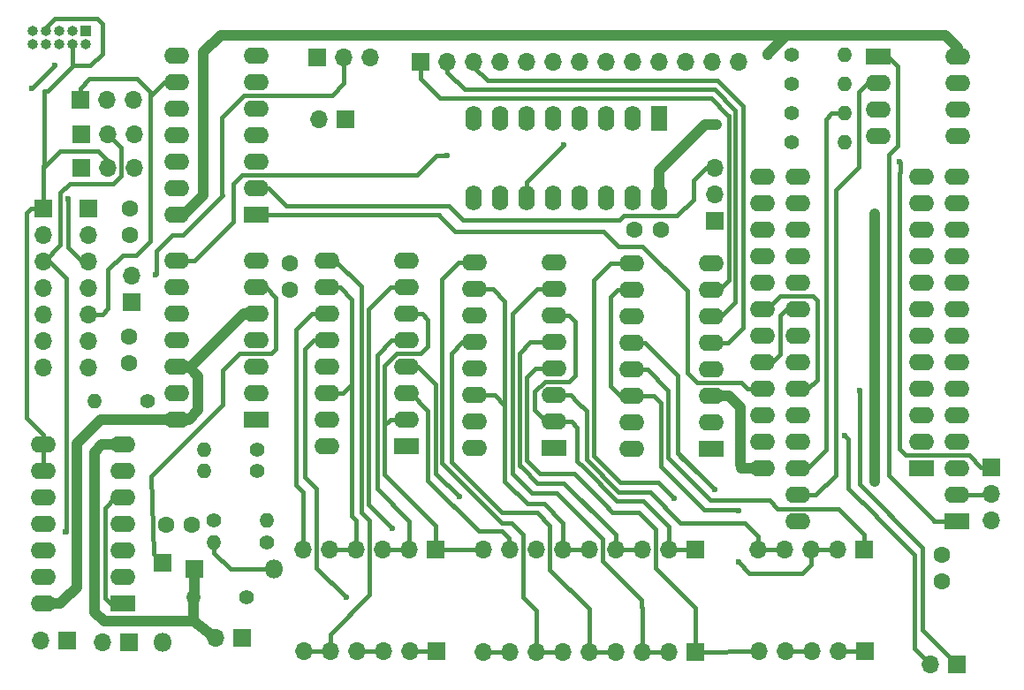
<source format=gtl>
G04 #@! TF.FileFunction,Copper,L1,Top,Signal*
%FSLAX46Y46*%
G04 Gerber Fmt 4.6, Leading zero omitted, Abs format (unit mm)*
G04 Created by KiCad (PCBNEW 4.0.4-stable) date 07/21/17 22:17:58*
%MOMM*%
%LPD*%
G01*
G04 APERTURE LIST*
%ADD10C,0.100000*%
%ADD11C,1.600000*%
%ADD12R,1.700000X1.700000*%
%ADD13O,1.700000X1.700000*%
%ADD14R,2.400000X1.600000*%
%ADD15O,2.400000X1.600000*%
%ADD16R,1.600000X2.400000*%
%ADD17O,1.600000X2.400000*%
%ADD18C,1.400000*%
%ADD19O,1.400000X1.400000*%
%ADD20R,1.800000X1.800000*%
%ADD21O,1.800000X1.800000*%
%ADD22R,1.000000X1.000000*%
%ADD23O,1.000000X1.000000*%
%ADD24C,0.600000*%
%ADD25C,1.000000*%
%ADD26C,0.750000*%
%ADD27C,0.400000*%
G04 APERTURE END LIST*
D10*
D11*
X124815600Y-65176400D03*
X124815600Y-67676400D03*
X140106400Y-72898000D03*
X140106400Y-70398000D03*
X175666400Y-67208400D03*
X173166400Y-67208400D03*
D12*
X195173600Y-97790000D03*
D13*
X192633600Y-97790000D03*
X190093600Y-97790000D03*
X187553600Y-97790000D03*
X185013600Y-97790000D03*
D12*
X195224400Y-107543600D03*
D13*
X192684400Y-107543600D03*
X190144400Y-107543600D03*
X187604400Y-107543600D03*
X185064400Y-107543600D03*
D12*
X179019200Y-97790000D03*
D13*
X176479200Y-97790000D03*
X173939200Y-97790000D03*
X171399200Y-97790000D03*
X168859200Y-97790000D03*
X166319200Y-97790000D03*
X163779200Y-97790000D03*
X161239200Y-97790000D03*
X158699200Y-97790000D03*
D12*
X179019200Y-107645200D03*
D13*
X176479200Y-107645200D03*
X173939200Y-107645200D03*
X171399200Y-107645200D03*
X168859200Y-107645200D03*
X166319200Y-107645200D03*
X163779200Y-107645200D03*
X161239200Y-107645200D03*
X158699200Y-107645200D03*
D12*
X154127200Y-97790000D03*
D13*
X151587200Y-97790000D03*
X149047200Y-97790000D03*
X146507200Y-97790000D03*
X143967200Y-97790000D03*
X141427200Y-97790000D03*
D12*
X154178000Y-107594400D03*
D13*
X151638000Y-107594400D03*
X149098000Y-107594400D03*
X146558000Y-107594400D03*
X144018000Y-107594400D03*
X141478000Y-107594400D03*
D12*
X152704800Y-51054000D03*
D13*
X155244800Y-51054000D03*
X157784800Y-51054000D03*
X160324800Y-51054000D03*
X162864800Y-51054000D03*
X165404800Y-51054000D03*
X167944800Y-51054000D03*
X170484800Y-51054000D03*
X173024800Y-51054000D03*
X175564800Y-51054000D03*
X178104800Y-51054000D03*
X180644800Y-51054000D03*
X183184800Y-51054000D03*
D12*
X204063600Y-108864400D03*
D13*
X201523600Y-108864400D03*
D12*
X145440400Y-56591200D03*
D13*
X142900400Y-56591200D03*
D12*
X124764800Y-106730800D03*
D13*
X122224800Y-106730800D03*
D12*
X118821200Y-106578400D03*
D13*
X116281200Y-106578400D03*
D12*
X124968000Y-74117200D03*
D13*
X124968000Y-71577200D03*
D14*
X136906000Y-85394800D03*
D15*
X129286000Y-70154800D03*
X136906000Y-82854800D03*
X129286000Y-72694800D03*
X136906000Y-80314800D03*
X129286000Y-75234800D03*
X136906000Y-77774800D03*
X129286000Y-77774800D03*
X136906000Y-75234800D03*
X129286000Y-80314800D03*
X136906000Y-72694800D03*
X129286000Y-82854800D03*
X136906000Y-70154800D03*
X129286000Y-85394800D03*
D14*
X151307800Y-87934800D03*
D15*
X143687800Y-70154800D03*
X151307800Y-85394800D03*
X143687800Y-72694800D03*
X151307800Y-82854800D03*
X143687800Y-75234800D03*
X151307800Y-80314800D03*
X143687800Y-77774800D03*
X151307800Y-77774800D03*
X143687800Y-80314800D03*
X151307800Y-75234800D03*
X143687800Y-82854800D03*
X151307800Y-72694800D03*
X143687800Y-85394800D03*
X151307800Y-70154800D03*
X143687800Y-87934800D03*
D14*
X165455600Y-88112600D03*
D15*
X157835600Y-70332600D03*
X165455600Y-85572600D03*
X157835600Y-72872600D03*
X165455600Y-83032600D03*
X157835600Y-75412600D03*
X165455600Y-80492600D03*
X157835600Y-77952600D03*
X165455600Y-77952600D03*
X157835600Y-80492600D03*
X165455600Y-75412600D03*
X157835600Y-83032600D03*
X165455600Y-72872600D03*
X157835600Y-85572600D03*
X165455600Y-70332600D03*
X157835600Y-88112600D03*
D14*
X180568600Y-88188800D03*
D15*
X172948600Y-70408800D03*
X180568600Y-85648800D03*
X172948600Y-72948800D03*
X180568600Y-83108800D03*
X172948600Y-75488800D03*
X180568600Y-80568800D03*
X172948600Y-78028800D03*
X180568600Y-78028800D03*
X172948600Y-80568800D03*
X180568600Y-75488800D03*
X172948600Y-83108800D03*
X180568600Y-72948800D03*
X172948600Y-85648800D03*
X180568600Y-70408800D03*
X172948600Y-88188800D03*
D16*
X175564800Y-56489600D03*
D17*
X157784800Y-64109600D03*
X173024800Y-56489600D03*
X160324800Y-64109600D03*
X170484800Y-56489600D03*
X162864800Y-64109600D03*
X167944800Y-56489600D03*
X165404800Y-64109600D03*
X165404800Y-56489600D03*
X167944800Y-64109600D03*
X162864800Y-56489600D03*
X170484800Y-64109600D03*
X160324800Y-56489600D03*
X173024800Y-64109600D03*
X157784800Y-56489600D03*
X175564800Y-64109600D03*
D11*
X202641200Y-100838000D03*
X202641200Y-98338000D03*
X130759200Y-95453200D03*
X128259200Y-95453200D03*
X124764800Y-79959200D03*
X124764800Y-77459200D03*
D12*
X120040400Y-54711600D03*
D13*
X122580400Y-54711600D03*
X125120400Y-54711600D03*
D12*
X120142000Y-58013600D03*
D13*
X122682000Y-58013600D03*
X125222000Y-58013600D03*
D12*
X120192800Y-61264800D03*
D13*
X122732800Y-61264800D03*
X125272800Y-61264800D03*
D12*
X120802400Y-65125600D03*
D13*
X120802400Y-67665600D03*
X120802400Y-70205600D03*
X120802400Y-72745600D03*
X120802400Y-75285600D03*
X120802400Y-77825600D03*
X120802400Y-80365600D03*
D12*
X116484400Y-65125600D03*
D13*
X116484400Y-67665600D03*
X116484400Y-70205600D03*
X116484400Y-72745600D03*
X116484400Y-75285600D03*
X116484400Y-77825600D03*
X116484400Y-80365600D03*
D12*
X180848000Y-66344800D03*
D13*
X180848000Y-63804800D03*
X180848000Y-61264800D03*
D12*
X207365600Y-89916000D03*
D13*
X207365600Y-92456000D03*
X207365600Y-94996000D03*
D12*
X135585200Y-106324400D03*
D13*
X133045200Y-106324400D03*
D18*
X188214000Y-58775600D03*
D19*
X193294000Y-58775600D03*
D18*
X188214000Y-56032400D03*
D19*
X193294000Y-56032400D03*
D18*
X188214000Y-53238400D03*
D19*
X193294000Y-53238400D03*
D18*
X188214000Y-50393600D03*
D19*
X193294000Y-50393600D03*
D14*
X196545200Y-50596800D03*
D15*
X204165200Y-58216800D03*
X196545200Y-53136800D03*
X204165200Y-55676800D03*
X196545200Y-55676800D03*
X204165200Y-53136800D03*
X196545200Y-58216800D03*
X204165200Y-50596800D03*
D14*
X200660000Y-90068400D03*
D15*
X185420000Y-62128400D03*
X200660000Y-87528400D03*
X185420000Y-64668400D03*
X200660000Y-84988400D03*
X185420000Y-67208400D03*
X200660000Y-82448400D03*
X185420000Y-69748400D03*
X200660000Y-79908400D03*
X185420000Y-72288400D03*
X200660000Y-77368400D03*
X185420000Y-74828400D03*
X200660000Y-74828400D03*
X185420000Y-77368400D03*
X200660000Y-72288400D03*
X185420000Y-79908400D03*
X200660000Y-69748400D03*
X185420000Y-82448400D03*
X200660000Y-67208400D03*
X185420000Y-84988400D03*
X200660000Y-64668400D03*
X185420000Y-87528400D03*
X200660000Y-62128400D03*
X185420000Y-90068400D03*
D14*
X204063600Y-95148400D03*
D15*
X188823600Y-62128400D03*
X204063600Y-92608400D03*
X188823600Y-64668400D03*
X204063600Y-90068400D03*
X188823600Y-67208400D03*
X204063600Y-87528400D03*
X188823600Y-69748400D03*
X204063600Y-84988400D03*
X188823600Y-72288400D03*
X204063600Y-82448400D03*
X188823600Y-74828400D03*
X204063600Y-79908400D03*
X188823600Y-77368400D03*
X204063600Y-77368400D03*
X188823600Y-79908400D03*
X204063600Y-74828400D03*
X188823600Y-82448400D03*
X204063600Y-72288400D03*
X188823600Y-84988400D03*
X204063600Y-69748400D03*
X188823600Y-87528400D03*
X204063600Y-67208400D03*
X188823600Y-90068400D03*
X204063600Y-64668400D03*
X188823600Y-92608400D03*
X204063600Y-62128400D03*
X188823600Y-95148400D03*
D14*
X136956800Y-65735200D03*
D15*
X129336800Y-50495200D03*
X136956800Y-63195200D03*
X129336800Y-53035200D03*
X136956800Y-60655200D03*
X129336800Y-55575200D03*
X136956800Y-58115200D03*
X129336800Y-58115200D03*
X136956800Y-55575200D03*
X129336800Y-60655200D03*
X136956800Y-53035200D03*
X129336800Y-63195200D03*
X136956800Y-50495200D03*
X129336800Y-65735200D03*
D14*
X124155200Y-103022400D03*
D15*
X116535200Y-87782400D03*
X124155200Y-100482400D03*
X116535200Y-90322400D03*
X124155200Y-97942400D03*
X116535200Y-92862400D03*
X124155200Y-95402400D03*
X116535200Y-95402400D03*
X124155200Y-92862400D03*
X116535200Y-97942400D03*
X124155200Y-90322400D03*
X116535200Y-100482400D03*
X124155200Y-87782400D03*
X116535200Y-103022400D03*
D12*
X142748000Y-50698400D03*
D13*
X145288000Y-50698400D03*
X147828000Y-50698400D03*
D18*
X137007600Y-90322400D03*
D19*
X131927600Y-90322400D03*
D18*
X135991600Y-102362000D03*
D19*
X130911600Y-102362000D03*
D18*
X126492000Y-83566000D03*
D19*
X121412000Y-83566000D03*
D18*
X137972800Y-97129600D03*
D19*
X132892800Y-97129600D03*
D18*
X132892800Y-95046800D03*
D19*
X137972800Y-95046800D03*
D18*
X137007600Y-88290400D03*
D19*
X131927600Y-88290400D03*
D20*
X127914400Y-99110800D03*
D21*
X127914400Y-106730800D03*
D20*
X130962400Y-99720400D03*
D21*
X138582400Y-99720400D03*
D22*
X120548400Y-48158400D03*
D23*
X120548400Y-49428400D03*
X119278400Y-48158400D03*
X119278400Y-49428400D03*
X118008400Y-48158400D03*
X118008400Y-49428400D03*
X116738400Y-48158400D03*
X116738400Y-49428400D03*
X115468400Y-48158400D03*
X115468400Y-49428400D03*
D24*
X185928000Y-50444400D03*
X181051200Y-57099200D03*
X183438800Y-90017600D03*
X196189600Y-91287600D03*
X196189600Y-65633600D03*
X183134000Y-99009200D03*
X183134000Y-94132400D03*
X180898800Y-92100400D03*
X176936400Y-92913200D03*
X156413200Y-92760800D03*
X149987000Y-95758000D03*
X145542000Y-102412800D03*
X166370000Y-59080400D03*
X194716400Y-82550000D03*
X193344800Y-86918800D03*
X127254000Y-71526400D03*
X155244800Y-60045600D03*
X115417600Y-53594000D03*
X117602000Y-51409600D03*
X118872000Y-64211200D03*
X118668800Y-96164400D03*
X198577200Y-60655200D03*
D25*
X139293600Y-48514000D02*
X133502400Y-48514000D01*
X133502400Y-48514000D02*
X131826000Y-50190400D01*
X129336800Y-65735200D02*
X129946400Y-65735200D01*
X129946400Y-65735200D02*
X131826000Y-63855600D01*
X131826000Y-50190400D02*
X131826000Y-63855600D01*
X187706000Y-48514000D02*
X139293600Y-48514000D01*
X185928000Y-50292000D02*
X185928000Y-50444400D01*
X187706000Y-48514000D02*
X185928000Y-50292000D01*
X202946000Y-48514000D02*
X187706000Y-48514000D01*
X204165200Y-49733200D02*
X202946000Y-48514000D01*
X204165200Y-50596800D02*
X204165200Y-49733200D01*
X175564800Y-61468000D02*
X175564800Y-64109600D01*
X179933600Y-57099200D02*
X181051200Y-57099200D01*
X175564800Y-61468000D02*
X179933600Y-57099200D01*
X183489600Y-90068400D02*
X183642000Y-90068400D01*
X183438800Y-90017600D02*
X183489600Y-90068400D01*
X119075200Y-102057200D02*
X119126000Y-102057200D01*
X119735600Y-101447600D02*
X119735600Y-87680800D01*
X119126000Y-102057200D02*
X119735600Y-101447600D01*
X122428000Y-85394800D02*
X122021600Y-85394800D01*
X129286000Y-85394800D02*
X127254000Y-85394800D01*
X122428000Y-85394800D02*
X127254000Y-85394800D01*
X122021600Y-85394800D02*
X119735600Y-87680800D01*
X116535200Y-103022400D02*
X118110000Y-103022400D01*
X118110000Y-103022400D02*
X119075200Y-102057200D01*
X180568600Y-83108800D02*
X182219600Y-83108800D01*
X182219600Y-83108800D02*
X183286400Y-84175600D01*
X183286400Y-84175600D02*
X183286400Y-89712800D01*
X183286400Y-89712800D02*
X183642000Y-90068400D01*
X183642000Y-90068400D02*
X185420000Y-90068400D01*
X129286000Y-85394800D02*
X130454400Y-85394800D01*
X130454400Y-85394800D02*
X131368800Y-84480400D01*
X131368800Y-81229200D02*
X130454400Y-80314800D01*
X131368800Y-84480400D02*
X131368800Y-81229200D01*
X130454400Y-80314800D02*
X129286000Y-80314800D01*
D26*
X129286000Y-80314800D02*
X130657600Y-80314800D01*
D25*
X130657600Y-80314800D02*
X135737600Y-75234800D01*
X135737600Y-75234800D02*
X136906000Y-75234800D01*
X121412000Y-103835200D02*
X121462800Y-103835200D01*
X122326400Y-104698800D02*
X130911600Y-104698800D01*
X121462800Y-103835200D02*
X122326400Y-104698800D01*
X196189600Y-91287600D02*
X196189600Y-65633600D01*
X130962400Y-99720400D02*
X130962400Y-102311200D01*
X130962400Y-102311200D02*
X130911600Y-102362000D01*
X124155200Y-87782400D02*
X122123200Y-87782400D01*
X121412000Y-88493600D02*
X122123200Y-87782400D01*
X121412000Y-103835200D02*
X121412000Y-88493600D01*
X130911600Y-102362000D02*
X130911600Y-104698800D01*
X130911600Y-104698800D02*
X133045200Y-106324400D01*
D27*
X129489200Y-88188800D02*
X129438400Y-88188800D01*
X129438400Y-88188800D02*
X126847600Y-90779600D01*
X127101600Y-98247200D02*
X126847600Y-90779600D01*
X138785600Y-73660000D02*
X137820400Y-72694800D01*
X138785600Y-78587600D02*
X138785600Y-73660000D01*
X138328400Y-79044800D02*
X138785600Y-78587600D01*
X135331200Y-79044800D02*
X138328400Y-79044800D01*
X133705600Y-80670400D02*
X135331200Y-79044800D01*
X133705600Y-83972400D02*
X133705600Y-80670400D01*
X129489200Y-88188800D02*
X133705600Y-83972400D01*
X137820400Y-72694800D02*
X136906000Y-72694800D01*
X127914400Y-99110800D02*
X127914400Y-99060000D01*
X127914400Y-99060000D02*
X127101600Y-98247200D01*
X172948600Y-80568800D02*
X174396400Y-80568800D01*
X174396400Y-80568800D02*
X176377600Y-82550000D01*
X195173600Y-97790000D02*
X195173600Y-96367600D01*
X176377600Y-89052400D02*
X176377600Y-82550000D01*
X180441600Y-93116400D02*
X176377600Y-89052400D01*
X182778400Y-93116400D02*
X180441600Y-93116400D01*
X186918600Y-93903800D02*
X192709800Y-93903800D01*
X186131200Y-93116400D02*
X186918600Y-93903800D01*
X182778400Y-93116400D02*
X186131200Y-93116400D01*
X195173600Y-96367600D02*
X192709800Y-93903800D01*
X190093600Y-97790000D02*
X190093600Y-99263200D01*
X184200800Y-100076000D02*
X183134000Y-99009200D01*
X189280800Y-100076000D02*
X184200800Y-100076000D01*
X190093600Y-99263200D02*
X189280800Y-100076000D01*
X190093600Y-97790000D02*
X190093600Y-98552000D01*
X175666400Y-83769200D02*
X175006000Y-83108800D01*
X175006000Y-83108800D02*
X172948600Y-83108800D01*
X175666400Y-89077800D02*
X175666400Y-89408000D01*
X175666400Y-89865200D02*
X179832000Y-94030800D01*
X175666400Y-89408000D02*
X175666400Y-89865200D01*
X175666400Y-89077800D02*
X175666400Y-83769200D01*
X183134000Y-94132400D02*
X183032400Y-94030800D01*
X183032400Y-94030800D02*
X179832000Y-94030800D01*
X172948600Y-83108800D02*
X171805600Y-83108800D01*
X171805600Y-83108800D02*
X170840400Y-82143600D01*
X171526200Y-72948800D02*
X172948600Y-72948800D01*
X170840400Y-73634600D02*
X171526200Y-72948800D01*
X170840400Y-82143600D02*
X170840400Y-73634600D01*
X192633600Y-97790000D02*
X190093600Y-97790000D01*
X185013600Y-97790000D02*
X185013600Y-96570800D01*
X183743600Y-95300800D02*
X183184800Y-95300800D01*
X185013600Y-96570800D02*
X183743600Y-95300800D01*
X183184800Y-95300800D02*
X183134000Y-95250000D01*
X174244000Y-92303600D02*
X174650400Y-92303600D01*
X174650400Y-92303600D02*
X177596800Y-95250000D01*
X183134000Y-95250000D02*
X177596800Y-95250000D01*
X168554400Y-84531200D02*
X168554400Y-89204800D01*
X167690800Y-83667600D02*
X168554400Y-84531200D01*
X167055800Y-83032600D02*
X167690800Y-83667600D01*
X165455600Y-83032600D02*
X167055800Y-83032600D01*
X168554400Y-89204800D02*
X171653200Y-92303600D01*
X174244000Y-92303600D02*
X171653200Y-92303600D01*
X187553600Y-97790000D02*
X185013600Y-97790000D01*
X172948600Y-78028800D02*
X174193200Y-78028800D01*
X174193200Y-78028800D02*
X177292000Y-81127600D01*
X180898800Y-92100400D02*
X177292000Y-88493600D01*
X177292000Y-88493600D02*
X177292000Y-87325200D01*
X177850800Y-89154000D02*
X177901600Y-89154000D01*
X177850800Y-89154000D02*
X177292000Y-88595200D01*
X177292000Y-88595200D02*
X177292000Y-87325200D01*
X177901600Y-89154000D02*
X179095400Y-90347800D01*
X177292000Y-87325200D02*
X177292000Y-81127600D01*
X195224400Y-107543600D02*
X195732400Y-107543600D01*
X192684400Y-107543600D02*
X195224400Y-107543600D01*
X169265600Y-88849200D02*
X171805600Y-91389200D01*
X169265600Y-72034400D02*
X169265600Y-88849200D01*
X170027600Y-71272400D02*
X169265600Y-72034400D01*
X170840400Y-70408800D02*
X170027600Y-71221600D01*
X172948600Y-70408800D02*
X170840400Y-70408800D01*
X170027600Y-71221600D02*
X170027600Y-71272400D01*
X176936400Y-92913200D02*
X175412400Y-91389200D01*
X175412400Y-91389200D02*
X171805600Y-91389200D01*
X187604400Y-107543600D02*
X190144400Y-107543600D01*
X173532800Y-94234000D02*
X173583600Y-94234000D01*
X173583600Y-94234000D02*
X175209200Y-95859600D01*
X175209200Y-99618800D02*
X178968400Y-103378000D01*
X175209200Y-95859600D02*
X175209200Y-99618800D01*
X179019200Y-107645200D02*
X178968400Y-103378000D01*
X171043600Y-94234000D02*
X170180000Y-93370400D01*
X173532800Y-94234000D02*
X171043600Y-94234000D01*
X175107600Y-95758000D02*
X173583600Y-94234000D01*
X164566600Y-90576400D02*
X164134800Y-90576400D01*
X170180000Y-93370400D02*
X167386000Y-90576400D01*
X167386000Y-90576400D02*
X164566600Y-90576400D01*
X164134800Y-90576400D02*
X162814000Y-89255600D01*
X162814000Y-89255600D02*
X162814000Y-81330800D01*
X162814000Y-81330800D02*
X163652200Y-80492600D01*
X163652200Y-80492600D02*
X165455600Y-80492600D01*
X179019200Y-107645200D02*
X185064400Y-107543600D01*
X170688000Y-93878400D02*
X170180000Y-93370400D01*
X176479200Y-97790000D02*
X176479200Y-95656400D01*
X176377600Y-95554800D02*
X173990000Y-93167200D01*
X176479200Y-95656400D02*
X176377600Y-95554800D01*
X174040800Y-93167200D02*
X171475400Y-93167200D01*
X167690800Y-86131400D02*
X167690800Y-89382600D01*
X167132000Y-85572600D02*
X167690800Y-86131400D01*
X168300400Y-89992200D02*
X171475400Y-93167200D01*
X165455600Y-85572600D02*
X167132000Y-85572600D01*
X167690800Y-89382600D02*
X168300400Y-89992200D01*
X165455600Y-85572600D02*
X164719000Y-85572600D01*
X164719000Y-85572600D02*
X163626800Y-84480400D01*
X166903400Y-75412600D02*
X165455600Y-75412600D01*
X167487600Y-75996800D02*
X166903400Y-75412600D01*
X167487600Y-81127600D02*
X167487600Y-75996800D01*
X166878000Y-81737200D02*
X167487600Y-81127600D01*
X164592000Y-81737200D02*
X166878000Y-81737200D01*
X163626800Y-82702400D02*
X164592000Y-81737200D01*
X163626800Y-84480400D02*
X163626800Y-82702400D01*
X179019200Y-97790000D02*
X176479200Y-97790000D01*
X171399200Y-97790000D02*
X171399200Y-96418400D01*
X171399200Y-96418400D02*
X166420800Y-91440000D01*
X166420800Y-91440000D02*
X163830000Y-91440000D01*
X162382200Y-89992200D02*
X162153600Y-89763600D01*
X162382200Y-89992200D02*
X163830000Y-91440000D01*
X162153600Y-89763600D02*
X162153600Y-78994000D01*
X162153600Y-78994000D02*
X163195000Y-77952600D01*
X163195000Y-77952600D02*
X165455600Y-77952600D01*
X169773600Y-94792800D02*
X166420800Y-91440000D01*
X173939200Y-97790000D02*
X171399200Y-97790000D01*
X164439600Y-93421200D02*
X164490400Y-93421200D01*
X160756600Y-83997800D02*
X160756600Y-91287600D01*
X162890200Y-93421200D02*
X160756600Y-91287600D01*
X164439600Y-93421200D02*
X162890200Y-93421200D01*
X166319200Y-95250000D02*
X166319200Y-97790000D01*
X164490400Y-93421200D02*
X166319200Y-95250000D01*
X160756600Y-83997800D02*
X160756600Y-74041000D01*
X159588200Y-72872600D02*
X157835600Y-72872600D01*
X160756600Y-74041000D02*
X159588200Y-72872600D01*
X159791400Y-83032600D02*
X157835600Y-83032600D01*
X160756600Y-83997800D02*
X159791400Y-83032600D01*
X168859200Y-97790000D02*
X166319200Y-97790000D01*
X161239200Y-97790000D02*
X161137600Y-96723200D01*
X161137600Y-96723200D02*
X160502600Y-96088200D01*
X160502600Y-96088200D02*
X158242000Y-96088200D01*
X158242000Y-96088200D02*
X153365200Y-91211400D01*
X153365200Y-84505800D02*
X153365200Y-91211400D01*
X153365200Y-91211400D02*
X158242000Y-96088200D01*
X151714200Y-82854800D02*
X153365200Y-84505800D01*
X151307800Y-82854800D02*
X151714200Y-82854800D01*
X154127200Y-97790000D02*
X154127200Y-95554800D01*
X154127200Y-95554800D02*
X149199600Y-90627200D01*
X158699200Y-97790000D02*
X154152600Y-97815400D01*
X149199600Y-89458800D02*
X149199600Y-90627200D01*
X149199600Y-89458800D02*
X149199600Y-85953600D01*
X149199600Y-85953600D02*
X149225000Y-85928200D01*
X149225000Y-85928200D02*
X149225000Y-80238600D01*
X152806400Y-75234800D02*
X151307800Y-75234800D01*
X153365200Y-75793600D02*
X152806400Y-75234800D01*
X153365200Y-78384400D02*
X153365200Y-75793600D01*
X152704800Y-79044800D02*
X153365200Y-78384400D01*
X150418800Y-79044800D02*
X152704800Y-79044800D01*
X149225000Y-80238600D02*
X150418800Y-79044800D01*
X149758400Y-85394800D02*
X151307800Y-85394800D01*
X149225000Y-85928200D02*
X149758400Y-85394800D01*
X154152600Y-97815400D02*
X154127200Y-97790000D01*
X173837600Y-103327200D02*
X173837600Y-102666800D01*
X170129200Y-96824800D02*
X169672000Y-96367600D01*
X170129200Y-98958400D02*
X170129200Y-96824800D01*
X173837600Y-102666800D02*
X170129200Y-98958400D01*
X173888400Y-103378000D02*
X173837600Y-103327200D01*
X173939200Y-107645200D02*
X173888400Y-103378000D01*
X165709600Y-92405200D02*
X163347400Y-92405200D01*
X163830000Y-72872600D02*
X161467800Y-75234800D01*
X161467800Y-75234800D02*
X161467800Y-90525600D01*
X161467800Y-90525600D02*
X163347400Y-92405200D01*
X165455600Y-72872600D02*
X163830000Y-72872600D01*
X169672000Y-96367600D02*
X165709600Y-92405200D01*
X170027600Y-96723200D02*
X169672000Y-96367600D01*
X173939200Y-107645200D02*
X176479200Y-107645200D01*
X163474400Y-94284800D02*
X163830000Y-94284800D01*
X156641800Y-77952600D02*
X155600400Y-78994000D01*
X157175200Y-91008200D02*
X157200600Y-91008200D01*
X157175200Y-91008200D02*
X155600400Y-89433400D01*
X155600400Y-89433400D02*
X155600400Y-78994000D01*
X157200600Y-91008200D02*
X160477200Y-94284800D01*
X163474400Y-94284800D02*
X160477200Y-94284800D01*
X165049200Y-99771200D02*
X168808400Y-103530400D01*
X165049200Y-95504000D02*
X165049200Y-99771200D01*
X163830000Y-94284800D02*
X165049200Y-95504000D01*
X168808400Y-103530400D02*
X168859200Y-107645200D01*
X156641800Y-77952600D02*
X157835600Y-77952600D01*
X168859200Y-107645200D02*
X171399200Y-107645200D01*
X160477200Y-95300800D02*
X161391600Y-95300800D01*
X154736800Y-71907400D02*
X156311600Y-70332600D01*
X154736800Y-89560400D02*
X154736800Y-71907400D01*
X160477200Y-95300800D02*
X154736800Y-89560400D01*
X157835600Y-70332600D02*
X156311600Y-70332600D01*
X163741819Y-103645419D02*
X163741819Y-103645433D01*
X162509200Y-102412800D02*
X163741819Y-103645419D01*
X162509200Y-96418400D02*
X162509200Y-102412800D01*
X161391600Y-95300800D02*
X162509200Y-96418400D01*
X163779200Y-107645200D02*
X163741819Y-103645433D01*
X163779200Y-107645200D02*
X166319200Y-107645200D01*
X156413200Y-92760800D02*
X156387800Y-92786200D01*
X154136798Y-82000798D02*
X154136798Y-90535198D01*
X152450800Y-80314800D02*
X154136798Y-82000798D01*
X154136798Y-90535198D02*
X156387800Y-92786200D01*
X151307800Y-80314800D02*
X152450800Y-80314800D01*
X158699200Y-107645200D02*
X161239200Y-107645200D01*
X151587200Y-97790000D02*
X151587200Y-95097600D01*
X148488400Y-91998800D02*
X148488400Y-91440000D01*
X151587200Y-95097600D02*
X148488400Y-91998800D01*
X148488400Y-90017600D02*
X148488400Y-91440000D01*
X148488400Y-90017600D02*
X148488400Y-79171800D01*
X148488400Y-79171800D02*
X149885400Y-77774800D01*
X149885400Y-77774800D02*
X151307800Y-77774800D01*
X151587200Y-97790000D02*
X149047200Y-97790000D01*
X146507200Y-97790000D02*
X146507200Y-95046800D01*
X146507200Y-95046800D02*
X146075400Y-94615000D01*
X146075400Y-82016600D02*
X146075400Y-94615000D01*
X143687800Y-72694800D02*
X144932400Y-72694800D01*
X145237200Y-82854800D02*
X143687800Y-82854800D01*
X146075400Y-82016600D02*
X145237200Y-82854800D01*
X146075400Y-73837800D02*
X146075400Y-82016600D01*
X144932400Y-72694800D02*
X146075400Y-73837800D01*
X146507200Y-97790000D02*
X143967200Y-97790000D01*
X141427200Y-97790000D02*
X141427200Y-92303600D01*
X141427200Y-92303600D02*
X140766800Y-91643200D01*
X142290800Y-75234800D02*
X142240000Y-75234800D01*
X140766800Y-76708000D02*
X140766800Y-91643200D01*
X143687800Y-75234800D02*
X142290800Y-75234800D01*
X142240000Y-75234800D02*
X140766800Y-76708000D01*
X149809200Y-72694800D02*
X151307800Y-72694800D01*
X147701000Y-93472000D02*
X149987000Y-95758000D01*
X147701000Y-74803000D02*
X147701000Y-93472000D01*
X149809200Y-72694800D02*
X147701000Y-74803000D01*
X151638000Y-107594400D02*
X154178000Y-107594400D01*
X142697200Y-98704400D02*
X142697200Y-99568000D01*
X142697200Y-99568000D02*
X145542000Y-102412800D01*
X141579600Y-90728800D02*
X141579600Y-90881200D01*
X142697200Y-91998800D02*
X142697200Y-98704400D01*
X141579600Y-90881200D02*
X142697200Y-91998800D01*
X141579600Y-78638400D02*
X141579600Y-90728800D01*
X143687800Y-77774800D02*
X142443200Y-77774800D01*
X142443200Y-77774800D02*
X141579600Y-78638400D01*
X146558000Y-107594400D02*
X149098000Y-107594400D01*
X144018000Y-107594400D02*
X144018000Y-105918000D01*
X147777200Y-102158800D02*
X147777200Y-96520000D01*
X144018000Y-105918000D02*
X147777200Y-102158800D01*
X146964400Y-94183200D02*
X146964400Y-94234000D01*
X144500600Y-70154800D02*
X146964400Y-72618600D01*
X146964400Y-72618600D02*
X146964400Y-94183200D01*
X146964400Y-94234000D02*
X147777200Y-95046800D01*
X147777200Y-95046800D02*
X147777200Y-96520000D01*
X143687800Y-70154800D02*
X144500600Y-70154800D01*
X144018000Y-107086400D02*
X144018000Y-107594400D01*
X141478000Y-107594400D02*
X144018000Y-107594400D01*
X182219600Y-59182000D02*
X182219600Y-56286400D01*
X182219600Y-56286400D02*
X182067200Y-56134000D01*
X176834800Y-54559200D02*
X180492400Y-54559200D01*
X180492400Y-54559200D02*
X182067200Y-56134000D01*
X180568600Y-72948800D02*
X181254400Y-72948800D01*
X181254400Y-72948800D02*
X182219600Y-71983600D01*
X182219600Y-71983600D02*
X182219600Y-59182000D01*
X152704800Y-51054000D02*
X152704800Y-52730400D01*
X154533600Y-54559200D02*
X176834800Y-54559200D01*
X152704800Y-52730400D02*
X154533600Y-54559200D01*
X182829200Y-58877200D02*
X182829200Y-55727600D01*
X182829200Y-55727600D02*
X180848000Y-53746400D01*
X178816000Y-53746400D02*
X180848000Y-53746400D01*
X178816000Y-53746400D02*
X177495200Y-53746400D01*
X155244800Y-51054000D02*
X155244800Y-52070000D01*
X156921200Y-53746400D02*
X177495200Y-53746400D01*
X155244800Y-52070000D02*
X156921200Y-53746400D01*
X180568600Y-75488800D02*
X181457600Y-75488800D01*
X181457600Y-75488800D02*
X182829200Y-74117200D01*
X182829200Y-74117200D02*
X182829200Y-58877200D01*
X183591200Y-58724800D02*
X183591200Y-55321200D01*
X183591200Y-55321200D02*
X183489600Y-55219600D01*
X179476400Y-52882800D02*
X181152800Y-52882800D01*
X181152800Y-52882800D02*
X183489600Y-55219600D01*
X179476400Y-52882800D02*
X177749200Y-52882800D01*
X157784800Y-51562000D02*
X159105600Y-52882800D01*
X159105600Y-52882800D02*
X177749200Y-52882800D01*
X180568600Y-78028800D02*
X182168800Y-78028800D01*
X183591200Y-76606400D02*
X183591200Y-58724800D01*
X182168800Y-78028800D02*
X183591200Y-76606400D01*
X157784800Y-51054000D02*
X157784800Y-51562000D01*
X162864800Y-64109600D02*
X162864800Y-62585600D01*
X162864800Y-62585600D02*
X166370000Y-59080400D01*
X157683200Y-64008000D02*
X157784800Y-64109600D01*
X194716400Y-90982800D02*
X194716400Y-91592400D01*
X194716400Y-91592400D02*
X200761600Y-97637600D01*
X200761600Y-97637600D02*
X200761600Y-98552000D01*
X200761600Y-98552000D02*
X200761600Y-105562400D01*
X200761600Y-105562400D02*
X204063600Y-108864400D01*
X194716400Y-90982800D02*
X194716400Y-82550000D01*
X196342000Y-94640400D02*
X196342000Y-94691200D01*
X196342000Y-94691200D02*
X199999600Y-98348800D01*
X196342000Y-94640400D02*
X193649600Y-91948000D01*
X199999600Y-98348800D02*
X199999600Y-100380800D01*
X199999600Y-107340400D02*
X200050400Y-107391200D01*
X199999600Y-100380800D02*
X199999600Y-107340400D01*
X200050400Y-107391200D02*
X201523600Y-108864400D01*
X193649600Y-87223600D02*
X193649600Y-91948000D01*
X193344800Y-86918800D02*
X193649600Y-87223600D01*
X145288000Y-50698400D02*
X145338800Y-53136800D01*
X135737600Y-54305200D02*
X133654800Y-56388000D01*
X144170400Y-54305200D02*
X135737600Y-54305200D01*
X145338800Y-53136800D02*
X144170400Y-54305200D01*
X127355600Y-69240400D02*
X127355600Y-69189600D01*
X133715198Y-63874796D02*
X133654800Y-63874796D01*
X129924394Y-67665600D02*
X133715198Y-63874796D01*
X128879600Y-67665600D02*
X129924394Y-67665600D01*
X127355600Y-69189600D02*
X128879600Y-67665600D01*
X133654800Y-63874796D02*
X133654800Y-56388000D01*
X127254000Y-71526400D02*
X127355600Y-71424800D01*
X127355600Y-71424800D02*
X127355600Y-69240400D01*
X134696200Y-62941200D02*
X134696200Y-62763400D01*
X154228800Y-60045600D02*
X155244800Y-60045600D01*
X152349200Y-61925200D02*
X154228800Y-60045600D01*
X135534400Y-61925200D02*
X152349200Y-61925200D01*
X134696200Y-62763400D02*
X135534400Y-61925200D01*
X134696200Y-62941200D02*
X134696200Y-66421000D01*
X130962400Y-70154800D02*
X129286000Y-70154800D01*
X134696200Y-66421000D02*
X130962400Y-70154800D01*
X129286000Y-70154800D02*
X129489200Y-70154800D01*
X132892800Y-97129600D02*
X132892800Y-98145600D01*
X134467600Y-99720400D02*
X138582400Y-99720400D01*
X132892800Y-98145600D02*
X134467600Y-99720400D01*
X117602000Y-51409600D02*
X115417600Y-53594000D01*
X120040400Y-54711600D02*
X120040400Y-53594000D01*
X126746000Y-53949600D02*
X126746000Y-54406800D01*
X125476000Y-52679600D02*
X126746000Y-53949600D01*
X120954800Y-52679600D02*
X125476000Y-52679600D01*
X120040400Y-53594000D02*
X120954800Y-52679600D01*
X129336800Y-53035200D02*
X128117600Y-53035200D01*
X128117600Y-53035200D02*
X126746000Y-54406800D01*
X124104400Y-69596000D02*
X125425200Y-69596000D01*
X126746000Y-68275200D02*
X126746000Y-66294000D01*
X125425200Y-69596000D02*
X126746000Y-68275200D01*
X124104400Y-69596000D02*
X122732800Y-70967600D01*
X126746000Y-59131200D02*
X126746000Y-66294000D01*
X122732800Y-70967600D02*
X122732800Y-74726800D01*
X122732800Y-74726800D02*
X122174000Y-75285600D01*
X120802400Y-75285600D02*
X122174000Y-75285600D01*
X126746000Y-54406800D02*
X126746000Y-56946800D01*
X126746000Y-56946800D02*
X126746000Y-59131200D01*
X120802400Y-70205600D02*
X120243600Y-70205600D01*
X120243600Y-70205600D02*
X118872000Y-68834000D01*
X118872000Y-68834000D02*
X118872000Y-64211200D01*
X124002800Y-61315600D02*
X124002800Y-59334400D01*
X123240800Y-62788800D02*
X124002800Y-62026800D01*
X124002800Y-62026800D02*
X124002800Y-61315600D01*
X116586000Y-70205600D02*
X118160800Y-68630800D01*
X119024400Y-62788800D02*
X122529600Y-62788800D01*
X118160800Y-63652400D02*
X119024400Y-62788800D01*
X118160800Y-68630800D02*
X118160800Y-63652400D01*
X122529600Y-62788800D02*
X123240800Y-62788800D01*
X124002800Y-59334400D02*
X122682000Y-58013600D01*
X116484400Y-70205600D02*
X116586000Y-70205600D01*
X118719600Y-85344000D02*
X118719600Y-96113600D01*
X118719600Y-71831200D02*
X118719600Y-85344000D01*
X117094000Y-70205600D02*
X118719600Y-71831200D01*
X118719600Y-96113600D02*
X118668800Y-96164400D01*
X116484400Y-70205600D02*
X117094000Y-70205600D01*
X116738400Y-48158400D02*
X116738400Y-47802800D01*
X116738400Y-47802800D02*
X117602000Y-46939200D01*
X117602000Y-46939200D02*
X121666000Y-46939200D01*
X121666000Y-46939200D02*
X122174000Y-47447200D01*
X122174000Y-47447200D02*
X122174000Y-50292000D01*
X122174000Y-50292000D02*
X121005600Y-51460400D01*
X121005600Y-51460400D02*
X119278400Y-51460400D01*
X116586000Y-53848000D02*
X116941600Y-53848000D01*
X119278400Y-50342800D02*
X119278400Y-49428400D01*
X119278400Y-51511200D02*
X119278400Y-51460400D01*
X119278400Y-51460400D02*
X119278400Y-50342800D01*
X116941600Y-53848000D02*
X119278400Y-51511200D01*
X116586000Y-61163200D02*
X116586000Y-53848000D01*
X122732800Y-61264800D02*
X122732800Y-60604400D01*
X122732800Y-60604400D02*
X121767600Y-59639200D01*
X121767600Y-59639200D02*
X118110000Y-59639200D01*
X118110000Y-59639200D02*
X116586000Y-61163200D01*
X116586000Y-61163200D02*
X116484400Y-61264800D01*
X116484400Y-63144400D02*
X116484400Y-61264800D01*
X116484400Y-61264800D02*
X116484400Y-61112400D01*
X116484400Y-65125600D02*
X116484400Y-63144400D01*
X116535200Y-87782400D02*
X116535200Y-90322400D01*
X116535200Y-87782400D02*
X116535200Y-86817200D01*
X115366800Y-65125600D02*
X116484400Y-65125600D01*
X114909600Y-65582800D02*
X115366800Y-65125600D01*
X114909600Y-85191600D02*
X114909600Y-65582800D01*
X116535200Y-86817200D02*
X114909600Y-85191600D01*
X116484400Y-65125600D02*
X116484400Y-64312800D01*
X136956800Y-63195200D02*
X138125200Y-63195200D01*
X138125200Y-63195200D02*
X139801600Y-64871600D01*
X139801600Y-64871600D02*
X155346400Y-64871600D01*
X155346400Y-64871600D02*
X156718000Y-66243200D01*
X156718000Y-66243200D02*
X171704000Y-66243200D01*
X171704000Y-66243200D02*
X172110400Y-65836800D01*
X172110400Y-65836800D02*
X177241200Y-65836800D01*
X177241200Y-65836800D02*
X178816000Y-64262000D01*
X178816000Y-64262000D02*
X178816000Y-62433200D01*
X178816000Y-62433200D02*
X179984400Y-61264800D01*
X179984400Y-61264800D02*
X180848000Y-61264800D01*
X198628000Y-61671200D02*
X198628000Y-60706000D01*
X198628000Y-60706000D02*
X198577200Y-60655200D01*
X207365600Y-89916000D02*
X206349600Y-89916000D01*
X198577200Y-61722000D02*
X198628000Y-61671200D01*
X198577200Y-88188800D02*
X198577200Y-61722000D01*
X199186800Y-88798400D02*
X198577200Y-88188800D01*
X205232000Y-88798400D02*
X199186800Y-88798400D01*
X206349600Y-89916000D02*
X205232000Y-88798400D01*
X204063600Y-92608400D02*
X207213200Y-92608400D01*
X207213200Y-92608400D02*
X207365600Y-92456000D01*
X188823600Y-90068400D02*
X189738000Y-90068400D01*
X189738000Y-90068400D02*
X191516000Y-88290400D01*
X191516000Y-88290400D02*
X191516000Y-56591200D01*
X191516000Y-56591200D02*
X192074800Y-56032400D01*
X192074800Y-56032400D02*
X193294000Y-56032400D01*
X196545200Y-53136800D02*
X195478400Y-53136800D01*
X195478400Y-53136800D02*
X194665600Y-53949600D01*
X192481200Y-63347600D02*
X192481200Y-65227200D01*
X194665600Y-61163200D02*
X192481200Y-63347600D01*
X194665600Y-53949600D02*
X194665600Y-61163200D01*
X188823600Y-92608400D02*
X190550800Y-92608400D01*
X192481200Y-90678000D02*
X192481200Y-65227200D01*
X190550800Y-92608400D02*
X192481200Y-90678000D01*
X201879200Y-95148400D02*
X201879200Y-95046800D01*
X201879200Y-95046800D02*
X197561200Y-90728800D01*
X197561200Y-61671200D02*
X197561200Y-59994800D01*
X197561200Y-61671200D02*
X197561200Y-90728800D01*
X198389070Y-51526270D02*
X198389070Y-59166930D01*
X197459600Y-50596800D02*
X198389070Y-51526270D01*
X197561200Y-59994800D02*
X198389070Y-59166930D01*
X196545200Y-50596800D02*
X197459600Y-50596800D01*
X201879200Y-95148400D02*
X204063600Y-95148400D01*
X185420000Y-74828400D02*
X185826400Y-74828400D01*
X185826400Y-74828400D02*
X187096400Y-73558400D01*
X187096400Y-73558400D02*
X190296800Y-73558400D01*
X190296800Y-73558400D02*
X190652400Y-73914000D01*
X190652400Y-73914000D02*
X190652400Y-81584800D01*
X190652400Y-81584800D02*
X189788800Y-82448400D01*
X189788800Y-82448400D02*
X188823600Y-82448400D01*
X185420000Y-79908400D02*
X186385200Y-79908400D01*
X186385200Y-79908400D02*
X187147200Y-79146400D01*
X187147200Y-79146400D02*
X187147200Y-75387200D01*
X187147200Y-75387200D02*
X187706000Y-74828400D01*
X187706000Y-74828400D02*
X188823600Y-74828400D01*
X140309600Y-65735200D02*
X154432000Y-65735200D01*
X154482800Y-65786000D02*
X154482800Y-65836800D01*
X154432000Y-65735200D02*
X154482800Y-65786000D01*
X136956800Y-65735200D02*
X140309600Y-65735200D01*
X171297600Y-68478400D02*
X171602400Y-68783200D01*
X183388000Y-81838800D02*
X183997600Y-82448400D01*
X179171600Y-81838800D02*
X183388000Y-81838800D01*
X178206400Y-80873600D02*
X179171600Y-81838800D01*
X178206400Y-73050400D02*
X178206400Y-80873600D01*
X173939200Y-68783200D02*
X178206400Y-73050400D01*
X171602400Y-68783200D02*
X173939200Y-68783200D01*
X154482800Y-65836800D02*
X156006800Y-67360800D01*
X183997600Y-82448400D02*
X185420000Y-82448400D01*
X170180000Y-67360800D02*
X171297600Y-68478400D01*
X156006800Y-67360800D02*
X170180000Y-67360800D01*
X124155200Y-92862400D02*
X123393200Y-92862400D01*
X123393200Y-92862400D02*
X122428000Y-93827600D01*
X122428000Y-93827600D02*
X122428000Y-102514400D01*
X122428000Y-102514400D02*
X122936000Y-103022400D01*
X122936000Y-103022400D02*
X124155200Y-103022400D01*
M02*

</source>
